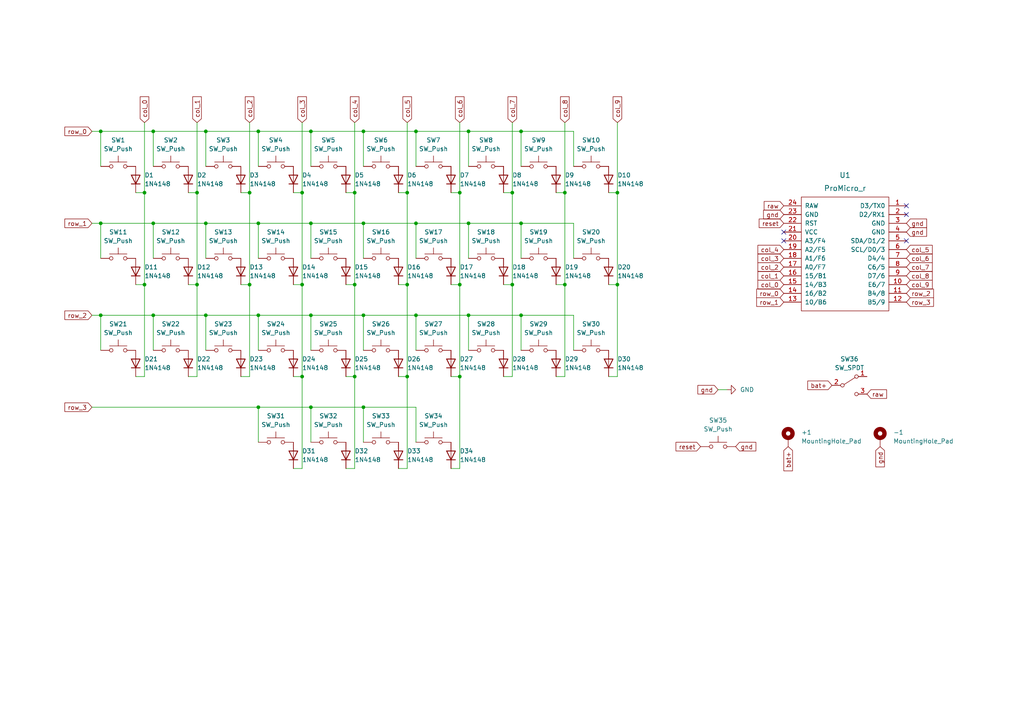
<source format=kicad_sch>
(kicad_sch (version 20210621) (generator eeschema)
  (paper "A4")
  (lib_symbols
    (symbol "Diode:1N4148" (pin_numbers hide) (pin_names (offset 1.016) hide)
      (property "Reference" "D" (at 0 2.54 0))
      (property "Value" "1N4148" (at 0 -2.54 0))
      (symbol "1N4148_0_1"
        (polyline (pts (xy -1.27 1.27) (xy -1.27 -1.27)) (stroke (width 0.254)))
        (polyline (pts (xy 1.27 0) (xy -1.27 0)))
        (polyline (pts (xy 1.27 1.27) (xy 1.27 -1.27) (xy -1.27 0) (xy 1.27 1.27)) (stroke (width 0.254)))
      )
      (symbol "1N4148_1_1"
        (pin passive line (at -3.81 0 0) (length 2.54) (name "K") (number "1"))
        (pin passive line (at 3.81 0 180) (length 2.54) (name "A") (number "2"))
      )
    )
    (symbol "Mechanical:MountingHole_Pad" (pin_numbers hide) (pin_names (offset 1.016) hide)
      (property "Reference" "H" (at 0 6.35 0))
      (property "Value" "MountingHole_Pad" (at 0 4.445 0))
      (symbol "MountingHole_Pad_0_1"
        (circle (center 0 1.27) (radius 1.27) (stroke (width 1.27)))
      )
      (symbol "MountingHole_Pad_1_1"
        (pin input line (at 0 -2.54 90) (length 2.54) (name "1") (number "1"))
      )
    )
    (symbol "Switch:SW_Push" (pin_numbers hide) (pin_names (offset 1.016) hide)
      (property "Reference" "SW" (at 1.27 2.54 0))
      (property "Value" "SW_Push" (at 0 -1.524 0))
      (symbol "SW_Push_0_1"
        (circle (center -2.032 0) (radius 0.508))
        (polyline (pts (xy 0 1.27) (xy 0 3.048)))
        (polyline (pts (xy 2.54 1.27) (xy -2.54 1.27)))
        (circle (center 2.032 0) (radius 0.508))
        (pin passive line (at -5.08 0 0) (length 2.54) (name "1") (number "1"))
        (pin passive line (at 5.08 0 180) (length 2.54) (name "2") (number "2"))
      )
    )
    (symbol "Switch:SW_SPDT" (pin_names (offset 0) hide)
      (property "Reference" "SW" (at 0 4.318 0))
      (property "Value" "SW_SPDT" (at 0 -5.08 0))
      (symbol "SW_SPDT_0_0"
        (circle (center -2.032 0) (radius 0.508))
        (circle (center 2.032 -2.54) (radius 0.508))
      )
      (symbol "SW_SPDT_0_1"
        (polyline (pts (xy -1.524 0.254) (xy 1.651 2.286)))
        (circle (center 2.032 2.54) (radius 0.508))
      )
      (symbol "SW_SPDT_1_1"
        (pin passive line (at 5.08 2.54 180) (length 2.54) (name "A") (number "1"))
        (pin passive line (at -5.08 0 0) (length 2.54) (name "B") (number "2"))
        (pin passive line (at 5.08 -2.54 180) (length 2.54) (name "C") (number "3"))
      )
    )
    (symbol "kbd:ProMicro_r" (pin_names (offset 1.016))
      (property "Reference" "U" (at 1.27 22.86 0))
      (property "Value" "ProMicro_r" (at 1.27 -15.24 0))
      (symbol "ProMicro_r_0_1"
        (rectangle (start 13.97 20.32) (end -11.43 -12.7))
      )
      (symbol "ProMicro_r_1_1"
        (pin bidirectional line (at 19.05 17.78 180) (length 5.08) (name "D3/TX0") (number "1"))
        (pin bidirectional line (at 19.05 -5.08 180) (length 5.08) (name "E6/7") (number "10"))
        (pin bidirectional line (at 19.05 -7.62 180) (length 5.08) (name "B4/8") (number "11"))
        (pin bidirectional line (at 19.05 -10.16 180) (length 5.08) (name "B5/9") (number "12"))
        (pin bidirectional line (at -16.51 -10.16 0) (length 5.08) (name "10/B6") (number "13"))
        (pin bidirectional line (at -16.51 -7.62 0) (length 5.08) (name "16/B2") (number "14"))
        (pin bidirectional line (at -16.51 -5.08 0) (length 5.08) (name "14/B3") (number "15"))
        (pin bidirectional line (at -16.51 -2.54 0) (length 5.08) (name "15/B1") (number "16"))
        (pin bidirectional line (at -16.51 0 0) (length 5.08) (name "A0/F7") (number "17"))
        (pin bidirectional line (at -16.51 2.54 0) (length 5.08) (name "A1/F6") (number "18"))
        (pin bidirectional line (at -16.51 5.08 0) (length 5.08) (name "A2/F5") (number "19"))
        (pin bidirectional line (at 19.05 15.24 180) (length 5.08) (name "D2/RX1") (number "2"))
        (pin bidirectional line (at -16.51 7.62 0) (length 5.08) (name "A3/F4") (number "20"))
        (pin power_in line (at -16.51 10.16 0) (length 5.08) (name "VCC") (number "21"))
        (pin input line (at -16.51 12.7 0) (length 5.08) (name "RST") (number "22"))
        (pin power_in line (at -16.51 15.24 0) (length 5.08) (name "GND") (number "23"))
        (pin power_out line (at -16.51 17.78 0) (length 5.08) (name "RAW") (number "24"))
        (pin power_in line (at 19.05 12.7 180) (length 5.08) (name "GND") (number "3"))
        (pin power_in line (at 19.05 10.16 180) (length 5.08) (name "GND") (number "4"))
        (pin bidirectional line (at 19.05 7.62 180) (length 5.08) (name "SDA/D1/2") (number "5"))
        (pin bidirectional line (at 19.05 5.08 180) (length 5.08) (name "SCL/D0/3") (number "6"))
        (pin bidirectional line (at 19.05 2.54 180) (length 5.08) (name "D4/4") (number "7"))
        (pin bidirectional line (at 19.05 0 180) (length 5.08) (name "C6/5") (number "8"))
        (pin bidirectional line (at 19.05 -2.54 180) (length 5.08) (name "D7/6") (number "9"))
      )
    )
    (symbol "power:GND" (power) (pin_names (offset 0))
      (property "Value" "GND" (at 0 -3.81 0))
      (symbol "GND_0_1"
        (polyline (pts (xy 0 0) (xy 0 -1.27) (xy 1.27 -1.27) (xy 0 -2.54) (xy -1.27 -1.27) (xy 0 -1.27)))
      )
      (symbol "GND_1_1"
        (pin power_in line (at 0 0 270) (length 0) hide (name "GND") (number "1"))
      )
    )
  )
  (junction (at 59.69 91.44))
  (junction (at 118.11 109.22))
  (junction (at 151.13 91.44))
  (junction (at 105.41 38.1))
  (junction (at 41.91 82.55))
  (junction (at 120.65 91.44))
  (junction (at 44.45 38.1))
  (junction (at 90.17 38.1))
  (junction (at 163.83 55.88))
  (junction (at 120.65 64.77))
  (junction (at 29.21 64.77))
  (junction (at 120.65 38.1))
  (junction (at 179.07 82.55))
  (junction (at 44.45 64.77))
  (junction (at 163.83 82.55))
  (junction (at 90.17 64.77))
  (junction (at 74.93 91.44))
  (junction (at 87.63 82.55))
  (junction (at 72.39 55.88))
  (junction (at 118.11 55.88))
  (junction (at 151.13 38.1))
  (junction (at 151.13 64.77))
  (junction (at 135.89 38.1))
  (junction (at 135.89 91.44))
  (junction (at 105.41 91.44))
  (junction (at 90.17 118.11))
  (junction (at 118.11 82.55))
  (junction (at 179.07 55.88))
  (junction (at 59.69 64.77))
  (junction (at 102.87 82.55))
  (junction (at 90.17 91.44))
  (junction (at 102.87 55.88))
  (junction (at 44.45 91.44))
  (junction (at 57.15 82.55))
  (junction (at 148.59 55.88))
  (junction (at 72.39 82.55))
  (junction (at 87.63 55.88))
  (junction (at 29.21 91.44))
  (junction (at 57.15 55.88))
  (junction (at 74.93 38.1))
  (junction (at 133.35 82.55))
  (junction (at 74.93 118.11))
  (junction (at 135.89 64.77))
  (junction (at 105.41 118.11))
  (junction (at 102.87 109.22))
  (junction (at 59.69 38.1))
  (junction (at 133.35 55.88))
  (junction (at 133.35 109.22))
  (junction (at 87.63 109.22))
  (junction (at 148.59 82.55))
  (junction (at 29.21 38.1))
  (junction (at 41.91 55.88))
  (junction (at 74.93 64.77))
  (junction (at 105.41 64.77))
  (no_connect (at 262.89 69.85))
  (no_connect (at 227.33 67.31))
  (no_connect (at 262.89 62.23))
  (no_connect (at 262.89 59.69))
  (no_connect (at 227.33 69.85))
  (wire (pts (xy 146.05 55.88) (xy 148.59 55.88)))
  (wire (pts (xy 26.67 91.44) (xy 29.21 91.44)))
  (wire (pts (xy 74.93 91.44) (xy 74.93 101.6)))
  (wire (pts (xy 74.93 128.27) (xy 74.93 118.11)))
  (wire (pts (xy 179.07 35.56) (xy 179.07 55.88)))
  (wire (pts (xy 118.11 55.88) (xy 115.57 55.88)))
  (wire (pts (xy 44.45 91.44) (xy 59.69 91.44)))
  (wire (pts (xy 133.35 35.56) (xy 133.35 55.88)))
  (wire (pts (xy 29.21 91.44) (xy 44.45 91.44)))
  (wire (pts (xy 90.17 118.11) (xy 105.41 118.11)))
  (wire (pts (xy 72.39 55.88) (xy 69.85 55.88)))
  (wire (pts (xy 102.87 109.22) (xy 102.87 135.89)))
  (wire (pts (xy 74.93 64.77) (xy 90.17 64.77)))
  (wire (pts (xy 179.07 82.55) (xy 179.07 109.22)))
  (wire (pts (xy 59.69 64.77) (xy 59.69 74.93)))
  (wire (pts (xy 72.39 109.22) (xy 72.39 82.55)))
  (wire (pts (xy 87.63 55.88) (xy 85.09 55.88)))
  (wire (pts (xy 118.11 82.55) (xy 118.11 55.88)))
  (wire (pts (xy 29.21 64.77) (xy 44.45 64.77)))
  (wire (pts (xy 166.37 64.77) (xy 166.37 74.93)))
  (wire (pts (xy 72.39 35.56) (xy 72.39 55.88)))
  (wire (pts (xy 59.69 38.1) (xy 74.93 38.1)))
  (wire (pts (xy 118.11 109.22) (xy 115.57 109.22)))
  (wire (pts (xy 100.33 55.88) (xy 102.87 55.88)))
  (wire (pts (xy 105.41 64.77) (xy 120.65 64.77)))
  (wire (pts (xy 87.63 35.56) (xy 87.63 55.88)))
  (wire (pts (xy 90.17 64.77) (xy 90.17 74.93)))
  (wire (pts (xy 90.17 64.77) (xy 105.41 64.77)))
  (wire (pts (xy 151.13 38.1) (xy 151.13 48.26)))
  (wire (pts (xy 59.69 38.1) (xy 59.69 48.26)))
  (wire (pts (xy 41.91 82.55) (xy 41.91 55.88)))
  (wire (pts (xy 44.45 64.77) (xy 59.69 64.77)))
  (wire (pts (xy 87.63 82.55) (xy 85.09 82.55)))
  (wire (pts (xy 151.13 91.44) (xy 166.37 91.44)))
  (wire (pts (xy 135.89 38.1) (xy 135.89 48.26)))
  (wire (pts (xy 105.41 38.1) (xy 120.65 38.1)))
  (wire (pts (xy 57.15 82.55) (xy 57.15 109.22)))
  (wire (pts (xy 179.07 82.55) (xy 176.53 82.55)))
  (wire (pts (xy 41.91 35.56) (xy 41.91 55.88)))
  (wire (pts (xy 105.41 64.77) (xy 105.41 74.93)))
  (wire (pts (xy 135.89 38.1) (xy 151.13 38.1)))
  (wire (pts (xy 44.45 64.77) (xy 44.45 74.93)))
  (wire (pts (xy 29.21 74.93) (xy 29.21 64.77)))
  (wire (pts (xy 57.15 109.22) (xy 54.61 109.22)))
  (wire (pts (xy 102.87 109.22) (xy 100.33 109.22)))
  (wire (pts (xy 74.93 91.44) (xy 90.17 91.44)))
  (wire (pts (xy 26.67 64.77) (xy 29.21 64.77)))
  (wire (pts (xy 120.65 91.44) (xy 135.89 91.44)))
  (wire (pts (xy 105.41 91.44) (xy 105.41 101.6)))
  (wire (pts (xy 87.63 109.22) (xy 85.09 109.22)))
  (wire (pts (xy 151.13 38.1) (xy 166.37 38.1)))
  (wire (pts (xy 57.15 82.55) (xy 54.61 82.55)))
  (wire (pts (xy 133.35 55.88) (xy 133.35 82.55)))
  (wire (pts (xy 120.65 38.1) (xy 120.65 48.26)))
  (wire (pts (xy 72.39 82.55) (xy 72.39 55.88)))
  (wire (pts (xy 151.13 64.77) (xy 166.37 64.77)))
  (wire (pts (xy 87.63 82.55) (xy 87.63 55.88)))
  (wire (pts (xy 26.67 118.11) (xy 74.93 118.11)))
  (wire (pts (xy 102.87 55.88) (xy 102.87 82.55)))
  (wire (pts (xy 151.13 91.44) (xy 151.13 101.6)))
  (wire (pts (xy 29.21 101.6) (xy 29.21 91.44)))
  (wire (pts (xy 118.11 35.56) (xy 118.11 55.88)))
  (wire (pts (xy 163.83 55.88) (xy 163.83 82.55)))
  (wire (pts (xy 29.21 48.26) (xy 29.21 38.1)))
  (wire (pts (xy 29.21 38.1) (xy 44.45 38.1)))
  (wire (pts (xy 135.89 91.44) (xy 151.13 91.44)))
  (wire (pts (xy 26.67 38.1) (xy 29.21 38.1)))
  (wire (pts (xy 57.15 35.56) (xy 57.15 55.88)))
  (wire (pts (xy 90.17 91.44) (xy 105.41 91.44)))
  (wire (pts (xy 54.61 55.88) (xy 57.15 55.88)))
  (wire (pts (xy 102.87 35.56) (xy 102.87 55.88)))
  (wire (pts (xy 135.89 64.77) (xy 151.13 64.77)))
  (wire (pts (xy 133.35 109.22) (xy 130.81 109.22)))
  (wire (pts (xy 148.59 55.88) (xy 148.59 82.55)))
  (wire (pts (xy 166.37 38.1) (xy 166.37 48.26)))
  (wire (pts (xy 118.11 109.22) (xy 118.11 82.55)))
  (wire (pts (xy 105.41 91.44) (xy 120.65 91.44)))
  (wire (pts (xy 151.13 64.77) (xy 151.13 74.93)))
  (wire (pts (xy 179.07 109.22) (xy 176.53 109.22)))
  (wire (pts (xy 85.09 135.89) (xy 87.63 135.89)))
  (wire (pts (xy 135.89 64.77) (xy 135.89 74.93)))
  (wire (pts (xy 120.65 64.77) (xy 120.65 74.93)))
  (wire (pts (xy 163.83 109.22) (xy 161.29 109.22)))
  (wire (pts (xy 59.69 91.44) (xy 74.93 91.44)))
  (wire (pts (xy 133.35 135.89) (xy 130.81 135.89)))
  (wire (pts (xy 120.65 64.77) (xy 135.89 64.77)))
  (wire (pts (xy 90.17 38.1) (xy 105.41 38.1)))
  (wire (pts (xy 148.59 109.22) (xy 146.05 109.22)))
  (wire (pts (xy 105.41 38.1) (xy 105.41 48.26)))
  (wire (pts (xy 90.17 91.44) (xy 90.17 101.6)))
  (wire (pts (xy 41.91 82.55) (xy 39.37 82.55)))
  (wire (pts (xy 118.11 82.55) (xy 115.57 82.55)))
  (wire (pts (xy 44.45 38.1) (xy 59.69 38.1)))
  (wire (pts (xy 130.81 55.88) (xy 133.35 55.88)))
  (wire (pts (xy 163.83 82.55) (xy 163.83 109.22)))
  (wire (pts (xy 148.59 82.55) (xy 146.05 82.55)))
  (wire (pts (xy 44.45 91.44) (xy 44.45 101.6)))
  (wire (pts (xy 179.07 55.88) (xy 179.07 82.55)))
  (wire (pts (xy 120.65 118.11) (xy 120.65 128.27)))
  (wire (pts (xy 161.29 55.88) (xy 163.83 55.88)))
  (wire (pts (xy 102.87 82.55) (xy 102.87 109.22)))
  (wire (pts (xy 87.63 109.22) (xy 87.63 82.55)))
  (wire (pts (xy 120.65 38.1) (xy 135.89 38.1)))
  (wire (pts (xy 105.41 118.11) (xy 105.41 128.27)))
  (wire (pts (xy 148.59 82.55) (xy 148.59 109.22)))
  (wire (pts (xy 102.87 82.55) (xy 100.33 82.55)))
  (wire (pts (xy 148.59 35.56) (xy 148.59 55.88)))
  (wire (pts (xy 74.93 38.1) (xy 90.17 38.1)))
  (wire (pts (xy 59.69 64.77) (xy 74.93 64.77)))
  (wire (pts (xy 41.91 55.88) (xy 39.37 55.88)))
  (wire (pts (xy 90.17 38.1) (xy 90.17 48.26)))
  (wire (pts (xy 133.35 82.55) (xy 130.81 82.55)))
  (wire (pts (xy 133.35 109.22) (xy 133.35 135.89)))
  (wire (pts (xy 44.45 38.1) (xy 44.45 48.26)))
  (wire (pts (xy 74.93 118.11) (xy 90.17 118.11)))
  (wire (pts (xy 87.63 135.89) (xy 87.63 109.22)))
  (wire (pts (xy 41.91 109.22) (xy 41.91 82.55)))
  (wire (pts (xy 120.65 91.44) (xy 120.65 101.6)))
  (wire (pts (xy 69.85 109.22) (xy 72.39 109.22)))
  (wire (pts (xy 135.89 91.44) (xy 135.89 101.6)))
  (wire (pts (xy 57.15 55.88) (xy 57.15 82.55)))
  (wire (pts (xy 118.11 135.89) (xy 118.11 109.22)))
  (wire (pts (xy 166.37 91.44) (xy 166.37 101.6)))
  (wire (pts (xy 133.35 82.55) (xy 133.35 109.22)))
  (wire (pts (xy 74.93 38.1) (xy 74.93 48.26)))
  (wire (pts (xy 39.37 109.22) (xy 41.91 109.22)))
  (wire (pts (xy 208.28 113.03) (xy 210.82 113.03)))
  (wire (pts (xy 90.17 118.11) (xy 90.17 128.27)))
  (wire (pts (xy 105.41 118.11) (xy 120.65 118.11)))
  (wire (pts (xy 72.39 82.55) (xy 69.85 82.55)))
  (wire (pts (xy 102.87 135.89) (xy 100.33 135.89)))
  (wire (pts (xy 163.83 82.55) (xy 161.29 82.55)))
  (wire (pts (xy 59.69 91.44) (xy 59.69 101.6)))
  (wire (pts (xy 163.83 35.56) (xy 163.83 55.88)))
  (wire (pts (xy 176.53 55.88) (xy 179.07 55.88)))
  (wire (pts (xy 115.57 135.89) (xy 118.11 135.89)))
  (wire (pts (xy 74.93 64.77) (xy 74.93 74.93)))
  (global_label "row_0" (shape input) (at 227.33 85.09 180) (property "Intersheet References" "${INTERSHEET_REFS}" (effects hide)))
  (global_label "row_3" (shape input) (at 262.89 87.63 0) (property "Intersheet References" "${INTERSHEET_REFS}" (effects hide)))
  (global_label "bat+" (shape input) (at 228.6 129.54 270) (property "Intersheet References" "${INTERSHEET_REFS}" (effects hide)))
  (global_label "gnd" (shape input) (at 262.89 67.31 0) (property "Intersheet References" "${INTERSHEET_REFS}" (effects hide)))
  (global_label "col_5" (shape input) (at 262.89 72.39 0) (property "Intersheet References" "${INTERSHEET_REFS}" (effects hide)))
  (global_label "row_1" (shape input) (at 227.33 87.63 180) (property "Intersheet References" "${INTERSHEET_REFS}" (effects hide)))
  (global_label "col_7" (shape input) (at 148.59 35.56 90) (property "Intersheet References" "${INTERSHEET_REFS}" (effects hide)))
  (global_label "row_0" (shape input) (at 26.67 38.1 180) (property "Intersheet References" "${INTERSHEET_REFS}" (effects hide)))
  (global_label "col_8" (shape input) (at 163.83 35.56 90) (property "Intersheet References" "${INTERSHEET_REFS}" (effects hide)))
  (global_label "raw" (shape input) (at 227.33 59.69 180) (property "Intersheet References" "${INTERSHEET_REFS}" (effects hide)))
  (global_label "col_9" (shape input) (at 179.07 35.56 90) (property "Intersheet References" "${INTERSHEET_REFS}" (effects hide)))
  (global_label "row_2" (shape input) (at 262.89 85.09 0) (property "Intersheet References" "${INTERSHEET_REFS}" (effects hide)))
  (global_label "col_5" (shape input) (at 118.11 35.56 90) (property "Intersheet References" "${INTERSHEET_REFS}" (effects hide)))
  (global_label "col_6" (shape input) (at 133.35 35.56 90) (property "Intersheet References" "${INTERSHEET_REFS}" (effects hide)))
  (global_label "col_2" (shape input) (at 227.33 77.47 180) (property "Intersheet References" "${INTERSHEET_REFS}" (effects hide)))
  (global_label "row_2" (shape input) (at 26.67 91.44 180) (property "Intersheet References" "${INTERSHEET_REFS}" (effects hide)))
  (global_label "col_1" (shape input) (at 57.15 35.56 90) (property "Intersheet References" "${INTERSHEET_REFS}" (effects hide)))
  (global_label "reset" (shape input) (at 203.2 129.54 180) (property "Intersheet References" "${INTERSHEET_REFS}" (effects hide)))
  (global_label "col_4" (shape input) (at 102.87 35.56 90) (property "Intersheet References" "${INTERSHEET_REFS}" (effects hide)))
  (global_label "gnd" (shape input) (at 208.28 113.03 180) (property "Intersheet References" "${INTERSHEET_REFS}" (effects hide)))
  (global_label "row_1" (shape input) (at 26.67 64.77 180) (property "Intersheet References" "${INTERSHEET_REFS}" (effects hide)))
  (global_label "col_0" (shape input) (at 41.91 35.56 90) (property "Intersheet References" "${INTERSHEET_REFS}" (effects hide)))
  (global_label "col_3" (shape input) (at 87.63 35.56 90) (property "Intersheet References" "${INTERSHEET_REFS}" (effects hide)))
  (global_label "col_6" (shape input) (at 262.89 74.93 0) (property "Intersheet References" "${INTERSHEET_REFS}" (effects hide)))
  (global_label "gnd" (shape input) (at 262.89 64.77 0) (property "Intersheet References" "${INTERSHEET_REFS}" (effects hide)))
  (global_label "col_0" (shape input) (at 227.33 82.55 180) (property "Intersheet References" "${INTERSHEET_REFS}" (effects hide)))
  (global_label "raw" (shape input) (at 251.46 114.3 0) (property "Intersheet References" "${INTERSHEET_REFS}" (effects hide)))
  (global_label "row_3" (shape input) (at 26.67 118.11 180) (property "Intersheet References" "${INTERSHEET_REFS}" (effects hide)))
  (global_label "reset" (shape input) (at 227.33 64.77 180) (property "Intersheet References" "${INTERSHEET_REFS}" (effects hide)))
  (global_label "gnd" (shape input) (at 227.33 62.23 180) (property "Intersheet References" "${INTERSHEET_REFS}" (effects hide)))
  (global_label "gnd" (shape input) (at 213.36 129.54 0) (property "Intersheet References" "${INTERSHEET_REFS}" (effects hide)))
  (global_label "col_8" (shape input) (at 262.89 80.01 0) (property "Intersheet References" "${INTERSHEET_REFS}" (effects hide)))
  (global_label "col_2" (shape input) (at 72.39 35.56 90) (property "Intersheet References" "${INTERSHEET_REFS}" (effects hide)))
  (global_label "col_7" (shape input) (at 262.89 77.47 0) (property "Intersheet References" "${INTERSHEET_REFS}" (effects hide)))
  (global_label "col_3" (shape input) (at 227.33 74.93 180) (property "Intersheet References" "${INTERSHEET_REFS}" (effects hide)))
  (global_label "col_1" (shape input) (at 227.33 80.01 180) (property "Intersheet References" "${INTERSHEET_REFS}" (effects hide)))
  (global_label "col_9" (shape input) (at 262.89 82.55 0) (property "Intersheet References" "${INTERSHEET_REFS}" (effects hide)))
  (global_label "bat+" (shape input) (at 241.3 111.76 180) (property "Intersheet References" "${INTERSHEET_REFS}" (effects hide)))
  (global_label "col_4" (shape input) (at 227.33 72.39 180) (property "Intersheet References" "${INTERSHEET_REFS}" (effects hide)))
  (global_label "gnd" (shape input) (at 255.27 129.54 270) (property "Intersheet References" "${INTERSHEET_REFS}" (effects hide)))
  (symbol (lib_id "Switch:SW_Push") (at 34.29 48.26 0) (unit 1)
    (property "Reference" "SW1" (at 34.29 40.64 0))
    (property "Value" "SW_Push" (at 34.29 43.18 0))
    (property "Footprint" "keyswitches:Kailh_socket_MX_optional" (effects hide))
  )
  (symbol (lib_id "Switch:SW_Push") (at 80.01 48.26 0) (unit 1)
    (property "Reference" "SW4" (at 80.01 40.64 0))
    (property "Value" "SW_Push" (at 80.01 43.18 0))
    (property "Footprint" "keyswitches:Kailh_socket_MX_optional" (effects hide))
  )
  (symbol (lib_id "Switch:SW_Push") (at 110.49 128.27 0) (unit 1)
    (property "Reference" "SW33" (at 110.49 120.65 0))
    (property "Value" "SW_Push" (at 110.49 123.19 0))
    (property "Footprint" "keyswitches:Kailh_socket_MX_optional" (effects hide))
  )
  (symbol (lib_id "Diode:1N4148") (at 130.81 78.74 90) (unit 1)
    (property "Reference" "D17" (at 133.35 77.4699 90) (effects (justify right)))
    (property "Value" "1N4148" (at 133.35 80.0099 90) (effects (justify right)))
    (property "Footprint" "kbd:D3_SMD_v2" (effects hide))
    (property "Datasheet" "https://assets.nexperia.com/documents/data-sheet/1N4148_1N4448.pdf" (effects hide))
  )
  (symbol (lib_id "Mechanical:MountingHole_Pad") (at 228.6 127 0) (unit 1)
    (property "Reference" "+1" (at 232.41 125.4124 0) (effects (justify left)))
    (property "Value" "MountingHole_Pad" (at 232.41 127.9524 0) (effects (justify left)))
    (property "Footprint" "kbd:1pin_conn" (effects hide))
  )
  (symbol (lib_id "Switch:SW_Push") (at 80.01 128.27 0) (unit 1)
    (property "Reference" "SW31" (at 80.01 120.65 0))
    (property "Value" "SW_Push" (at 80.01 123.19 0))
    (property "Footprint" "keyswitches:Kailh_socket_MX_optional" (effects hide))
  )
  (symbol (lib_id "Switch:SW_Push") (at 64.77 101.6 0) (unit 1)
    (property "Reference" "SW23" (at 64.77 93.98 0))
    (property "Value" "SW_Push" (at 64.77 96.52 0))
    (property "Footprint" "keyswitches:Kailh_socket_MX_optional" (effects hide))
  )
  (symbol (lib_id "Switch:SW_Push") (at 171.45 74.93 0) (unit 1)
    (property "Reference" "SW20" (at 171.45 67.31 0))
    (property "Value" "SW_Push" (at 171.45 69.85 0))
    (property "Footprint" "keyswitches:Kailh_socket_MX_optional" (effects hide))
  )
  (symbol (lib_id "Switch:SW_Push") (at 64.77 48.26 0) (unit 1)
    (property "Reference" "SW3" (at 64.77 40.64 0))
    (property "Value" "SW_Push" (at 64.77 43.18 0))
    (property "Footprint" "keyswitches:Kailh_socket_MX_optional" (effects hide))
  )
  (symbol (lib_id "Diode:1N4148") (at 176.53 105.41 90) (unit 1)
    (property "Reference" "D30" (at 179.07 104.1399 90) (effects (justify right)))
    (property "Value" "1N4148" (at 179.07 106.6799 90) (effects (justify right)))
    (property "Footprint" "kbd:D3_SMD_v2" (effects hide))
    (property "Datasheet" "https://assets.nexperia.com/documents/data-sheet/1N4148_1N4448.pdf" (effects hide))
  )
  (symbol (lib_id "Switch:SW_Push") (at 80.01 74.93 0) (unit 1)
    (property "Reference" "SW14" (at 80.01 67.31 0))
    (property "Value" "SW_Push" (at 80.01 69.85 0))
    (property "Footprint" "keyswitches:Kailh_socket_MX_optional" (effects hide))
  )
  (symbol (lib_id "Switch:SW_Push") (at 49.53 74.93 0) (unit 1)
    (property "Reference" "SW12" (at 49.53 67.31 0))
    (property "Value" "SW_Push" (at 49.53 69.85 0))
    (property "Footprint" "keyswitches:Kailh_socket_MX_optional" (effects hide))
  )
  (symbol (lib_id "Diode:1N4148") (at 100.33 52.07 90) (unit 1)
    (property "Reference" "D5" (at 102.87 50.7999 90) (effects (justify right)))
    (property "Value" "1N4148" (at 102.87 53.3399 90) (effects (justify right)))
    (property "Footprint" "kbd:D3_SMD_v2" (effects hide))
    (property "Datasheet" "https://assets.nexperia.com/documents/data-sheet/1N4148_1N4448.pdf" (effects hide))
  )
  (symbol (lib_id "Diode:1N4148") (at 69.85 78.74 90) (unit 1)
    (property "Reference" "D13" (at 72.39 77.4699 90) (effects (justify right)))
    (property "Value" "1N4148" (at 72.39 80.0099 90) (effects (justify right)))
    (property "Footprint" "kbd:D3_SMD_v2" (effects hide))
    (property "Datasheet" "https://assets.nexperia.com/documents/data-sheet/1N4148_1N4448.pdf" (effects hide))
  )
  (symbol (lib_id "Switch:SW_Push") (at 95.25 48.26 0) (unit 1)
    (property "Reference" "SW5" (at 95.25 40.64 0))
    (property "Value" "SW_Push" (at 95.25 43.18 0))
    (property "Footprint" "keyswitches:Kailh_socket_MX_optional" (effects hide))
  )
  (symbol (lib_id "Diode:1N4148") (at 161.29 52.07 90) (unit 1)
    (property "Reference" "D9" (at 163.83 50.7999 90) (effects (justify right)))
    (property "Value" "1N4148" (at 163.83 53.3399 90) (effects (justify right)))
    (property "Footprint" "kbd:D3_SMD_v2" (effects hide))
    (property "Datasheet" "https://assets.nexperia.com/documents/data-sheet/1N4148_1N4448.pdf" (effects hide))
  )
  (symbol (lib_id "Diode:1N4148") (at 115.57 132.08 90) (unit 1)
    (property "Reference" "D33" (at 118.11 130.8099 90) (effects (justify right)))
    (property "Value" "1N4148" (at 118.11 133.3499 90) (effects (justify right)))
    (property "Footprint" "kbd:D3_SMD_v2" (effects hide))
    (property "Datasheet" "https://assets.nexperia.com/documents/data-sheet/1N4148_1N4448.pdf" (effects hide))
  )
  (symbol (lib_id "Switch:SW_Push") (at 208.28 129.54 0) (unit 1)
    (property "Reference" "SW35" (at 208.28 121.92 0))
    (property "Value" "SW_Push" (at 208.28 124.46 0))
    (property "Footprint" "kbd:ResetSW" (effects hide))
  )
  (symbol (lib_id "Diode:1N4148") (at 146.05 105.41 90) (unit 1)
    (property "Reference" "D28" (at 148.59 104.1399 90) (effects (justify right)))
    (property "Value" "1N4148" (at 148.59 106.6799 90) (effects (justify right)))
    (property "Footprint" "kbd:D3_SMD_v2" (effects hide))
    (property "Datasheet" "https://assets.nexperia.com/documents/data-sheet/1N4148_1N4448.pdf" (effects hide))
  )
  (symbol (lib_id "Diode:1N4148") (at 85.09 132.08 90) (unit 1)
    (property "Reference" "D31" (at 87.63 130.8099 90) (effects (justify right)))
    (property "Value" "1N4148" (at 87.63 133.3499 90) (effects (justify right)))
    (property "Footprint" "kbd:D3_SMD_v2" (effects hide))
    (property "Datasheet" "https://assets.nexperia.com/documents/data-sheet/1N4148_1N4448.pdf" (effects hide))
  )
  (symbol (lib_id "Switch:SW_Push") (at 171.45 101.6 0) (unit 1)
    (property "Reference" "SW30" (at 171.45 93.98 0))
    (property "Value" "SW_Push" (at 171.45 96.52 0))
    (property "Footprint" "keyswitches:Kailh_socket_MX_optional" (effects hide))
  )
  (symbol (lib_id "Diode:1N4148") (at 54.61 52.07 90) (unit 1)
    (property "Reference" "D2" (at 57.15 50.7999 90) (effects (justify right)))
    (property "Value" "1N4148" (at 57.15 53.3399 90) (effects (justify right)))
    (property "Footprint" "kbd:D3_SMD_v2" (effects hide))
    (property "Datasheet" "https://assets.nexperia.com/documents/data-sheet/1N4148_1N4448.pdf" (effects hide))
  )
  (symbol (lib_id "Diode:1N4148") (at 130.81 132.08 90) (unit 1)
    (property "Reference" "D34" (at 133.35 130.8099 90) (effects (justify right)))
    (property "Value" "1N4148" (at 133.35 133.3499 90) (effects (justify right)))
    (property "Footprint" "kbd:D3_SMD_v2" (effects hide))
    (property "Datasheet" "https://assets.nexperia.com/documents/data-sheet/1N4148_1N4448.pdf" (effects hide))
  )
  (symbol (lib_id "Switch:SW_Push") (at 110.49 74.93 0) (unit 1)
    (property "Reference" "SW16" (at 110.49 67.31 0))
    (property "Value" "SW_Push" (at 110.49 69.85 0))
    (property "Footprint" "keyswitches:Kailh_socket_MX_optional" (effects hide))
  )
  (symbol (lib_id "Switch:SW_Push") (at 110.49 101.6 0) (unit 1)
    (property "Reference" "SW26" (at 110.49 93.98 0))
    (property "Value" "SW_Push" (at 110.49 96.52 0))
    (property "Footprint" "keyswitches:Kailh_socket_MX_optional" (effects hide))
  )
  (symbol (lib_id "Switch:SW_Push") (at 34.29 101.6 0) (unit 1)
    (property "Reference" "SW21" (at 34.29 93.98 0))
    (property "Value" "SW_Push" (at 34.29 96.52 0))
    (property "Footprint" "keyswitches:Kailh_socket_MX_optional" (effects hide))
  )
  (symbol (lib_id "Diode:1N4148") (at 39.37 105.41 90) (unit 1)
    (property "Reference" "D21" (at 41.91 104.1399 90) (effects (justify right)))
    (property "Value" "1N4148" (at 41.91 106.6799 90) (effects (justify right)))
    (property "Footprint" "kbd:D3_SMD_v2" (effects hide))
    (property "Datasheet" "https://assets.nexperia.com/documents/data-sheet/1N4148_1N4448.pdf" (effects hide))
  )
  (symbol (lib_id "Switch:SW_Push") (at 156.21 48.26 0) (unit 1)
    (property "Reference" "SW9" (at 156.21 40.64 0))
    (property "Value" "SW_Push" (at 156.21 43.18 0))
    (property "Footprint" "keyswitches:Kailh_socket_MX_optional" (effects hide))
  )
  (symbol (lib_id "Diode:1N4148") (at 69.85 52.07 90) (unit 1)
    (property "Reference" "D3" (at 72.39 50.7999 90) (effects (justify right)))
    (property "Value" "1N4148" (at 72.39 53.3399 90) (effects (justify right)))
    (property "Footprint" "kbd:D3_SMD_v2" (effects hide))
    (property "Datasheet" "https://assets.nexperia.com/documents/data-sheet/1N4148_1N4448.pdf" (effects hide))
  )
  (symbol (lib_id "Mechanical:MountingHole_Pad") (at 255.27 127 0) (unit 1)
    (property "Reference" "-1" (at 259.08 125.4124 0) (effects (justify left)))
    (property "Value" "MountingHole_Pad" (at 259.08 127.9524 0) (effects (justify left)))
    (property "Footprint" "kbd:1pin_conn" (effects hide))
  )
  (symbol (lib_id "Diode:1N4148") (at 130.81 52.07 90) (unit 1)
    (property "Reference" "D7" (at 133.35 50.7999 90) (effects (justify right)))
    (property "Value" "1N4148" (at 133.35 53.3399 90) (effects (justify right)))
    (property "Footprint" "kbd:D3_SMD_v2" (effects hide))
    (property "Datasheet" "https://assets.nexperia.com/documents/data-sheet/1N4148_1N4448.pdf" (effects hide))
  )
  (symbol (lib_id "kbd:ProMicro_r") (at 243.84 77.47 0) (unit 1)
    (property "Reference" "U1" (at 245.11 50.8 0) (effects (font (size 1.524 1.524))))
    (property "Value" "ProMicro_r" (at 245.11 54.61 0) (effects (font (size 1.524 1.524))))
    (property "Footprint" "kbd:ProMicro_v3.5" (effects hide))
  )
  (symbol (lib_id "Diode:1N4148") (at 85.09 105.41 90) (unit 1)
    (property "Reference" "D24" (at 87.63 104.1399 90) (effects (justify right)))
    (property "Value" "1N4148" (at 87.63 106.6799 90) (effects (justify right)))
    (property "Footprint" "kbd:D3_SMD_v2" (effects hide))
    (property "Datasheet" "https://assets.nexperia.com/documents/data-sheet/1N4148_1N4448.pdf" (effects hide))
  )
  (symbol (lib_id "Diode:1N4148") (at 54.61 78.74 90) (unit 1)
    (property "Reference" "D12" (at 57.15 77.4699 90) (effects (justify right)))
    (property "Value" "1N4148" (at 57.15 80.0099 90) (effects (justify right)))
    (property "Footprint" "kbd:D3_SMD_v2" (effects hide))
    (property "Datasheet" "https://assets.nexperia.com/documents/data-sheet/1N4148_1N4448.pdf" (effects hide))
  )
  (symbol (lib_id "Switch:SW_SPDT") (at 246.38 111.76 0) (unit 1)
    (property "Reference" "SW36" (at 246.38 104.14 0))
    (property "Value" "SW_SPDT" (at 246.38 106.68 0))
    (property "Footprint" "Button_Switch_SMD:SW_SPDT_PCM12" (effects hide))
  )
  (symbol (lib_id "Diode:1N4148") (at 100.33 78.74 90) (unit 1)
    (property "Reference" "D15" (at 102.87 77.4699 90) (effects (justify right)))
    (property "Value" "1N4148" (at 102.87 80.0099 90) (effects (justify right)))
    (property "Footprint" "kbd:D3_SMD_v2" (effects hide))
    (property "Datasheet" "https://assets.nexperia.com/documents/data-sheet/1N4148_1N4448.pdf" (effects hide))
  )
  (symbol (lib_id "Diode:1N4148") (at 100.33 132.08 90) (unit 1)
    (property "Reference" "D32" (at 102.87 130.8099 90) (effects (justify right)))
    (property "Value" "1N4148" (at 102.87 133.3499 90) (effects (justify right)))
    (property "Footprint" "kbd:D3_SMD_v2" (effects hide))
    (property "Datasheet" "https://assets.nexperia.com/documents/data-sheet/1N4148_1N4448.pdf" (effects hide))
  )
  (symbol (lib_id "Diode:1N4148") (at 54.61 105.41 90) (unit 1)
    (property "Reference" "D22" (at 57.15 104.1399 90) (effects (justify right)))
    (property "Value" "1N4148" (at 57.15 106.6799 90) (effects (justify right)))
    (property "Footprint" "kbd:D3_SMD_v2" (effects hide))
    (property "Datasheet" "https://assets.nexperia.com/documents/data-sheet/1N4148_1N4448.pdf" (effects hide))
  )
  (symbol (lib_id "Diode:1N4148") (at 146.05 52.07 90) (unit 1)
    (property "Reference" "D8" (at 148.59 50.7999 90) (effects (justify right)))
    (property "Value" "1N4148" (at 148.59 53.3399 90) (effects (justify right)))
    (property "Footprint" "kbd:D3_SMD_v2" (effects hide))
    (property "Datasheet" "https://assets.nexperia.com/documents/data-sheet/1N4148_1N4448.pdf" (effects hide))
  )
  (symbol (lib_id "Diode:1N4148") (at 130.81 105.41 90) (unit 1)
    (property "Reference" "D27" (at 133.35 104.1399 90) (effects (justify right)))
    (property "Value" "1N4148" (at 133.35 106.6799 90) (effects (justify right)))
    (property "Footprint" "kbd:D3_SMD_v2" (effects hide))
    (property "Datasheet" "https://assets.nexperia.com/documents/data-sheet/1N4148_1N4448.pdf" (effects hide))
  )
  (symbol (lib_id "Switch:SW_Push") (at 49.53 48.26 0) (unit 1)
    (property "Reference" "SW2" (at 49.53 40.64 0))
    (property "Value" "SW_Push" (at 49.53 43.18 0))
    (property "Footprint" "keyswitches:Kailh_socket_MX_optional" (effects hide))
  )
  (symbol (lib_id "Switch:SW_Push") (at 95.25 128.27 0) (unit 1)
    (property "Reference" "SW32" (at 95.25 120.65 0))
    (property "Value" "SW_Push" (at 95.25 123.19 0))
    (property "Footprint" "keyswitches:Kailh_socket_MX_optional" (effects hide))
  )
  (symbol (lib_id "Diode:1N4148") (at 146.05 78.74 90) (unit 1)
    (property "Reference" "D18" (at 148.59 77.4699 90) (effects (justify right)))
    (property "Value" "1N4148" (at 148.59 80.0099 90) (effects (justify right)))
    (property "Footprint" "kbd:D3_SMD_v2" (effects hide))
    (property "Datasheet" "https://assets.nexperia.com/documents/data-sheet/1N4148_1N4448.pdf" (effects hide))
  )
  (symbol (lib_id "Diode:1N4148") (at 39.37 52.07 90) (unit 1)
    (property "Reference" "D1" (at 41.91 50.7999 90) (effects (justify right)))
    (property "Value" "1N4148" (at 41.91 53.3399 90) (effects (justify right)))
    (property "Footprint" "kbd:D3_SMD_v2" (effects hide))
    (property "Datasheet" "https://assets.nexperia.com/documents/data-sheet/1N4148_1N4448.pdf" (effects hide))
  )
  (symbol (lib_id "Diode:1N4148") (at 100.33 105.41 90) (unit 1)
    (property "Reference" "D25" (at 102.87 104.1399 90) (effects (justify right)))
    (property "Value" "1N4148" (at 102.87 106.6799 90) (effects (justify right)))
    (property "Footprint" "kbd:D3_SMD_v2" (effects hide))
    (property "Datasheet" "https://assets.nexperia.com/documents/data-sheet/1N4148_1N4448.pdf" (effects hide))
  )
  (symbol (lib_id "Diode:1N4148") (at 85.09 52.07 90) (unit 1)
    (property "Reference" "D4" (at 87.63 50.7999 90) (effects (justify right)))
    (property "Value" "1N4148" (at 87.63 53.3399 90) (effects (justify right)))
    (property "Footprint" "kbd:D3_SMD_v2" (effects hide))
    (property "Datasheet" "https://assets.nexperia.com/documents/data-sheet/1N4148_1N4448.pdf" (effects hide))
  )
  (symbol (lib_id "Switch:SW_Push") (at 95.25 101.6 0) (unit 1)
    (property "Reference" "SW25" (at 95.25 93.98 0))
    (property "Value" "SW_Push" (at 95.25 96.52 0))
    (property "Footprint" "keyswitches:Kailh_socket_MX_optional" (effects hide))
  )
  (symbol (lib_id "Switch:SW_Push") (at 171.45 48.26 0) (unit 1)
    (property "Reference" "SW10" (at 171.45 40.64 0))
    (property "Value" "SW_Push" (at 171.45 43.18 0))
    (property "Footprint" "keyswitches:Kailh_socket_MX_optional" (effects hide))
  )
  (symbol (lib_id "Switch:SW_Push") (at 49.53 101.6 0) (unit 1)
    (property "Reference" "SW22" (at 49.53 93.98 0))
    (property "Value" "SW_Push" (at 49.53 96.52 0))
    (property "Footprint" "keyswitches:Kailh_socket_MX_optional" (effects hide))
  )
  (symbol (lib_id "Switch:SW_Push") (at 156.21 74.93 0) (unit 1)
    (property "Reference" "SW19" (at 156.21 67.31 0))
    (property "Value" "SW_Push" (at 156.21 69.85 0))
    (property "Footprint" "keyswitches:Kailh_socket_MX_optional" (effects hide))
  )
  (symbol (lib_id "Switch:SW_Push") (at 125.73 101.6 0) (unit 1)
    (property "Reference" "SW27" (at 125.73 93.98 0))
    (property "Value" "SW_Push" (at 125.73 96.52 0))
    (property "Footprint" "keyswitches:Kailh_socket_MX_optional" (effects hide))
  )
  (symbol (lib_id "Switch:SW_Push") (at 95.25 74.93 0) (unit 1)
    (property "Reference" "SW15" (at 95.25 67.31 0))
    (property "Value" "SW_Push" (at 95.25 69.85 0))
    (property "Footprint" "keyswitches:Kailh_socket_MX_optional" (effects hide))
  )
  (symbol (lib_id "Diode:1N4148") (at 39.37 78.74 90) (unit 1)
    (property "Reference" "D11" (at 41.91 77.4699 90) (effects (justify right)))
    (property "Value" "1N4148" (at 41.91 80.0099 90) (effects (justify right)))
    (property "Footprint" "kbd:D3_SMD_v2" (effects hide))
    (property "Datasheet" "https://assets.nexperia.com/documents/data-sheet/1N4148_1N4448.pdf" (effects hide))
  )
  (symbol (lib_id "Switch:SW_Push") (at 140.97 48.26 0) (unit 1)
    (property "Reference" "SW8" (at 140.97 40.64 0))
    (property "Value" "SW_Push" (at 140.97 43.18 0))
    (property "Footprint" "keyswitches:Kailh_socket_MX_optional" (effects hide))
  )
  (symbol (lib_id "Diode:1N4148") (at 69.85 105.41 90) (unit 1)
    (property "Reference" "D23" (at 72.39 104.1399 90) (effects (justify right)))
    (property "Value" "1N4148" (at 72.39 106.6799 90) (effects (justify right)))
    (property "Footprint" "kbd:D3_SMD_v2" (effects hide))
    (property "Datasheet" "https://assets.nexperia.com/documents/data-sheet/1N4148_1N4448.pdf" (effects hide))
  )
  (symbol (lib_id "Diode:1N4148") (at 115.57 78.74 90) (unit 1)
    (property "Reference" "D16" (at 118.11 77.4699 90) (effects (justify right)))
    (property "Value" "1N4148" (at 118.11 80.0099 90) (effects (justify right)))
    (property "Footprint" "kbd:D3_SMD_v2" (effects hide))
    (property "Datasheet" "https://assets.nexperia.com/documents/data-sheet/1N4148_1N4448.pdf" (effects hide))
  )
  (symbol (lib_id "Diode:1N4148") (at 115.57 105.41 90) (unit 1)
    (property "Reference" "D26" (at 118.11 104.1399 90) (effects (justify right)))
    (property "Value" "1N4148" (at 118.11 106.6799 90) (effects (justify right)))
    (property "Footprint" "kbd:D3_SMD_v2" (effects hide))
    (property "Datasheet" "https://assets.nexperia.com/documents/data-sheet/1N4148_1N4448.pdf" (effects hide))
  )
  (symbol (lib_id "Diode:1N4148") (at 85.09 78.74 90) (unit 1)
    (property "Reference" "D14" (at 87.63 77.4699 90) (effects (justify right)))
    (property "Value" "1N4148" (at 87.63 80.0099 90) (effects (justify right)))
    (property "Footprint" "kbd:D3_SMD_v2" (effects hide))
    (property "Datasheet" "https://assets.nexperia.com/documents/data-sheet/1N4148_1N4448.pdf" (effects hide))
  )
  (symbol (lib_id "Diode:1N4148") (at 176.53 52.07 90) (unit 1)
    (property "Reference" "D10" (at 179.07 50.7999 90) (effects (justify right)))
    (property "Value" "1N4148" (at 179.07 53.3399 90) (effects (justify right)))
    (property "Footprint" "kbd:D3_SMD_v2" (effects hide))
    (property "Datasheet" "https://assets.nexperia.com/documents/data-sheet/1N4148_1N4448.pdf" (effects hide))
  )
  (symbol (lib_id "Diode:1N4148") (at 115.57 52.07 90) (unit 1)
    (property "Reference" "D6" (at 118.11 50.7999 90) (effects (justify right)))
    (property "Value" "1N4148" (at 118.11 53.3399 90) (effects (justify right)))
    (property "Footprint" "kbd:D3_SMD_v2" (effects hide))
    (property "Datasheet" "https://assets.nexperia.com/documents/data-sheet/1N4148_1N4448.pdf" (effects hide))
  )
  (symbol (lib_id "Switch:SW_Push") (at 110.49 48.26 0) (unit 1)
    (property "Reference" "SW6" (at 110.49 40.64 0))
    (property "Value" "SW_Push" (at 110.49 43.18 0))
    (property "Footprint" "keyswitches:Kailh_socket_MX_optional" (effects hide))
  )
  (symbol (lib_id "Diode:1N4148") (at 161.29 105.41 90) (unit 1)
    (property "Reference" "D29" (at 163.83 104.1399 90) (effects (justify right)))
    (property "Value" "1N4148" (at 163.83 106.6799 90) (effects (justify right)))
    (property "Footprint" "kbd:D3_SMD_v2" (effects hide))
    (property "Datasheet" "https://assets.nexperia.com/documents/data-sheet/1N4148_1N4448.pdf" (effects hide))
  )
  (symbol (lib_id "Switch:SW_Push") (at 125.73 128.27 0) (unit 1)
    (property "Reference" "SW34" (at 125.73 120.65 0))
    (property "Value" "SW_Push" (at 125.73 123.19 0))
    (property "Footprint" "keyswitches:Kailh_socket_MX_optional" (effects hide))
  )
  (symbol (lib_id "Switch:SW_Push") (at 140.97 74.93 0) (unit 1)
    (property "Reference" "SW18" (at 140.97 67.31 0))
    (property "Value" "SW_Push" (at 140.97 69.85 0))
    (property "Footprint" "keyswitches:Kailh_socket_MX_optional" (effects hide))
  )
  (symbol (lib_id "Switch:SW_Push") (at 125.73 74.93 0) (unit 1)
    (property "Reference" "SW17" (at 125.73 67.31 0))
    (property "Value" "SW_Push" (at 125.73 69.85 0))
    (property "Footprint" "keyswitches:Kailh_socket_MX_optional" (effects hide))
  )
  (symbol (lib_id "power:GND") (at 210.82 113.03 90) (unit 1)
    (property "Reference" "#PWR0101" (effects hide))
    (property "Value" "GND" (at 214.63 113.0299 90) (effects (justify right)))
  )
  (symbol (lib_id "Switch:SW_Push") (at 64.77 74.93 0) (unit 1)
    (property "Reference" "SW13" (at 64.77 67.31 0))
    (property "Value" "SW_Push" (at 64.77 69.85 0))
    (property "Footprint" "keyswitches:Kailh_socket_MX_optional" (effects hide))
  )
  (symbol (lib_id "Switch:SW_Push") (at 156.21 101.6 0) (unit 1)
    (property "Reference" "SW29" (at 156.21 93.98 0))
    (property "Value" "SW_Push" (at 156.21 96.52 0))
    (property "Footprint" "keyswitches:Kailh_socket_MX_optional" (effects hide))
  )
  (symbol (lib_id "Diode:1N4148") (at 176.53 78.74 90) (unit 1)
    (property "Reference" "D20" (at 179.07 77.4699 90) (effects (justify right)))
    (property "Value" "1N4148" (at 179.07 80.0099 90) (effects (justify right)))
    (property "Footprint" "kbd:D3_SMD_v2" (effects hide))
    (property "Datasheet" "https://assets.nexperia.com/documents/data-sheet/1N4148_1N4448.pdf" (effects hide))
  )
  (symbol (lib_id "Switch:SW_Push") (at 80.01 101.6 0) (unit 1)
    (property "Reference" "SW24" (at 80.01 93.98 0))
    (property "Value" "SW_Push" (at 80.01 96.52 0))
    (property "Footprint" "keyswitches:Kailh_socket_MX_optional" (effects hide))
  )
  (symbol (lib_id "Diode:1N4148") (at 161.29 78.74 90) (unit 1)
    (property "Reference" "D19" (at 163.83 77.4699 90) (effects (justify right)))
    (property "Value" "1N4148" (at 163.83 80.0099 90) (effects (justify right)))
    (property "Footprint" "kbd:D3_SMD_v2" (effects hide))
    (property "Datasheet" "https://assets.nexperia.com/documents/data-sheet/1N4148_1N4448.pdf" (effects hide))
  )
  (symbol (lib_id "Switch:SW_Push") (at 34.29 74.93 0) (unit 1)
    (property "Reference" "SW11" (at 34.29 67.31 0))
    (property "Value" "SW_Push" (at 34.29 69.85 0))
    (property "Footprint" "keyswitches:Kailh_socket_MX_optional" (effects hide))
  )
  (symbol (lib_id "Switch:SW_Push") (at 140.97 101.6 0) (unit 1)
    (property "Reference" "SW28" (at 140.97 93.98 0))
    (property "Value" "SW_Push" (at 140.97 96.52 0))
    (property "Footprint" "keyswitches:Kailh_socket_MX_optional" (effects hide))
  )
  (symbol (lib_id "Switch:SW_Push") (at 125.73 48.26 0) (unit 1)
    (property "Reference" "SW7" (at 125.73 40.64 0))
    (property "Value" "SW_Push" (at 125.73 43.18 0))
    (property "Footprint" "keyswitches:Kailh_socket_MX_optional" (effects hide))
  )
)
</source>
